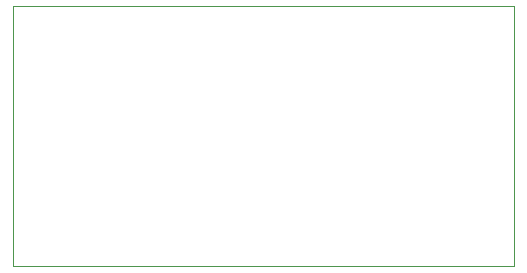
<source format=gbr>
%TF.GenerationSoftware,KiCad,Pcbnew,8.0.1*%
%TF.CreationDate,2024-05-27T16:44:31-06:00*%
%TF.ProjectId,KETSINI,4b455453-494e-4492-9e6b-696361645f70,rev?*%
%TF.SameCoordinates,Original*%
%TF.FileFunction,Profile,NP*%
%FSLAX46Y46*%
G04 Gerber Fmt 4.6, Leading zero omitted, Abs format (unit mm)*
G04 Created by KiCad (PCBNEW 8.0.1) date 2024-05-27 16:44:31*
%MOMM*%
%LPD*%
G01*
G04 APERTURE LIST*
%TA.AperFunction,Profile*%
%ADD10C,0.050000*%
%TD*%
G04 APERTURE END LIST*
D10*
X156300000Y-96500000D02*
X198750000Y-96500000D01*
X198750000Y-118500000D01*
X156300000Y-118500000D01*
X156300000Y-96500000D01*
M02*

</source>
